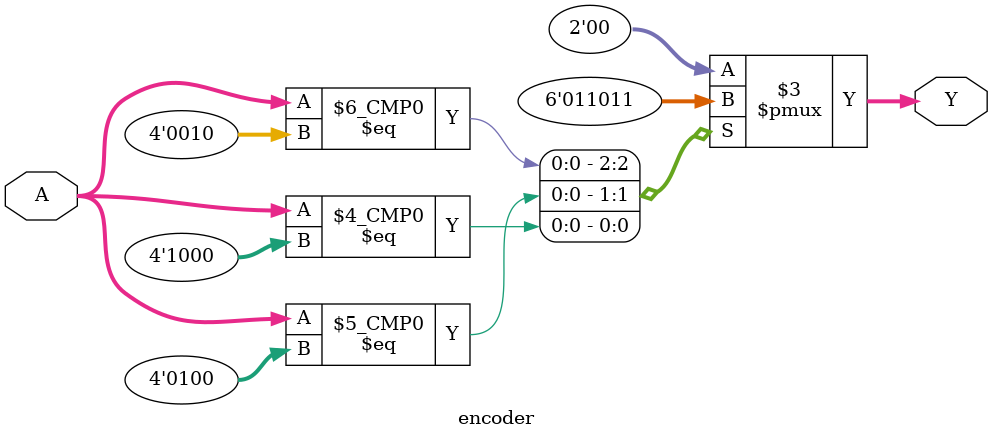
<source format=sv>
`define TEST
module playfieldRAM(input logic        clk, rst_l, we_l,
		    input logic [3:0]  cs,
		    input logic [7:0]  addrA, 
		    input logic [9:0]  addrB,
		    input logic [7:0]  datain, 
		    output logic [7:0] dataA, dataB);
   
   logic [7:0] data[1024];
   logic [1:0] addrTop;
   
   encoder csEnc(.A(cs), .Y(addrTop));
`ifndef TEST
   always_ff@(posedge clk, negedge rst_l) begin
`ifdef SIM
      if(~rst_l)
	data <= 0;
      else if(~we)
	data[{addrTop, addrA}] <= datain;
`else
      if(~we)
	data[{addrTop, addrA}] <= datain;
`endif
   end
`else // !`ifndef TEST
   initial begin
      $readmemh("pfram.hex", data);
   end
`endif // !`ifndef TEST

   // Synchronous RAM outputs
   always_ff@(posedge clk) begin
      dataA <= data[{addrTop, addrA}];
      dataB <= data[addrB];
      //dataB <= 8'h00;
      
   end
  
endmodule: playfieldRAM

module encoder(input logic  [3:0] A,
	       output logic [1:0] Y);

   always_comb begin
      case(A)
	4'b0000:
	  Y = 2'd0;
	4'b0010:
	  Y= 2'd1;
	4'b0100:
	  Y = 2'd2;
	4'b1000:
	  Y = 2'd3;
	default:
	  Y = 2'd0;
      endcase // case (cs)
   end // always_comb

endmodule: encoder

	

</source>
